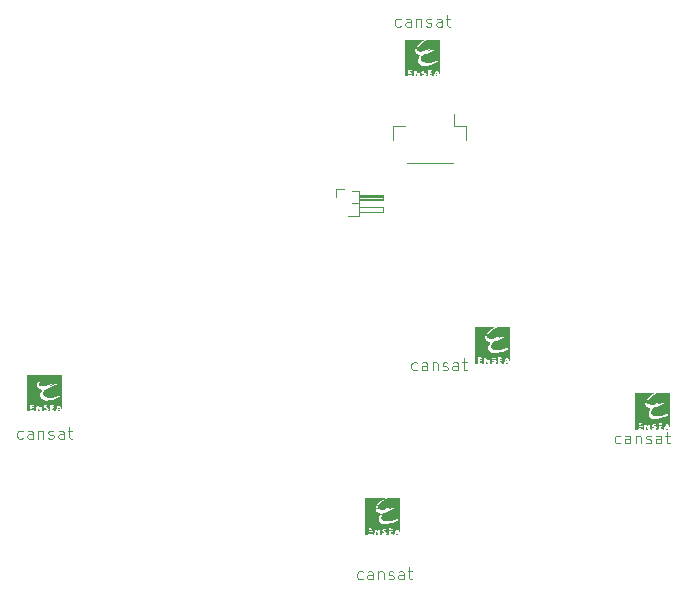
<source format=gbr>
%TF.GenerationSoftware,KiCad,Pcbnew,9.0.0*%
%TF.CreationDate,2025-03-27T23:54:47+01:00*%
%TF.ProjectId,flexpcb,666c6578-7063-4622-9e6b-696361645f70,rev?*%
%TF.SameCoordinates,Original*%
%TF.FileFunction,Legend,Top*%
%TF.FilePolarity,Positive*%
%FSLAX46Y46*%
G04 Gerber Fmt 4.6, Leading zero omitted, Abs format (unit mm)*
G04 Created by KiCad (PCBNEW 9.0.0) date 2025-03-27 23:54:47*
%MOMM*%
%LPD*%
G01*
G04 APERTURE LIST*
%ADD10C,0.100000*%
%ADD11C,0.000000*%
%ADD12C,0.120000*%
G04 APERTURE END LIST*
D10*
X151732455Y-117324800D02*
X151637217Y-117372419D01*
X151637217Y-117372419D02*
X151446741Y-117372419D01*
X151446741Y-117372419D02*
X151351503Y-117324800D01*
X151351503Y-117324800D02*
X151303884Y-117277180D01*
X151303884Y-117277180D02*
X151256265Y-117181942D01*
X151256265Y-117181942D02*
X151256265Y-116896228D01*
X151256265Y-116896228D02*
X151303884Y-116800990D01*
X151303884Y-116800990D02*
X151351503Y-116753371D01*
X151351503Y-116753371D02*
X151446741Y-116705752D01*
X151446741Y-116705752D02*
X151637217Y-116705752D01*
X151637217Y-116705752D02*
X151732455Y-116753371D01*
X152589598Y-117372419D02*
X152589598Y-116848609D01*
X152589598Y-116848609D02*
X152541979Y-116753371D01*
X152541979Y-116753371D02*
X152446741Y-116705752D01*
X152446741Y-116705752D02*
X152256265Y-116705752D01*
X152256265Y-116705752D02*
X152161027Y-116753371D01*
X152589598Y-117324800D02*
X152494360Y-117372419D01*
X152494360Y-117372419D02*
X152256265Y-117372419D01*
X152256265Y-117372419D02*
X152161027Y-117324800D01*
X152161027Y-117324800D02*
X152113408Y-117229561D01*
X152113408Y-117229561D02*
X152113408Y-117134323D01*
X152113408Y-117134323D02*
X152161027Y-117039085D01*
X152161027Y-117039085D02*
X152256265Y-116991466D01*
X152256265Y-116991466D02*
X152494360Y-116991466D01*
X152494360Y-116991466D02*
X152589598Y-116943847D01*
X153065789Y-116705752D02*
X153065789Y-117372419D01*
X153065789Y-116800990D02*
X153113408Y-116753371D01*
X153113408Y-116753371D02*
X153208646Y-116705752D01*
X153208646Y-116705752D02*
X153351503Y-116705752D01*
X153351503Y-116705752D02*
X153446741Y-116753371D01*
X153446741Y-116753371D02*
X153494360Y-116848609D01*
X153494360Y-116848609D02*
X153494360Y-117372419D01*
X153922932Y-117324800D02*
X154018170Y-117372419D01*
X154018170Y-117372419D02*
X154208646Y-117372419D01*
X154208646Y-117372419D02*
X154303884Y-117324800D01*
X154303884Y-117324800D02*
X154351503Y-117229561D01*
X154351503Y-117229561D02*
X154351503Y-117181942D01*
X154351503Y-117181942D02*
X154303884Y-117086704D01*
X154303884Y-117086704D02*
X154208646Y-117039085D01*
X154208646Y-117039085D02*
X154065789Y-117039085D01*
X154065789Y-117039085D02*
X153970551Y-116991466D01*
X153970551Y-116991466D02*
X153922932Y-116896228D01*
X153922932Y-116896228D02*
X153922932Y-116848609D01*
X153922932Y-116848609D02*
X153970551Y-116753371D01*
X153970551Y-116753371D02*
X154065789Y-116705752D01*
X154065789Y-116705752D02*
X154208646Y-116705752D01*
X154208646Y-116705752D02*
X154303884Y-116753371D01*
X155208646Y-117372419D02*
X155208646Y-116848609D01*
X155208646Y-116848609D02*
X155161027Y-116753371D01*
X155161027Y-116753371D02*
X155065789Y-116705752D01*
X155065789Y-116705752D02*
X154875313Y-116705752D01*
X154875313Y-116705752D02*
X154780075Y-116753371D01*
X155208646Y-117324800D02*
X155113408Y-117372419D01*
X155113408Y-117372419D02*
X154875313Y-117372419D01*
X154875313Y-117372419D02*
X154780075Y-117324800D01*
X154780075Y-117324800D02*
X154732456Y-117229561D01*
X154732456Y-117229561D02*
X154732456Y-117134323D01*
X154732456Y-117134323D02*
X154780075Y-117039085D01*
X154780075Y-117039085D02*
X154875313Y-116991466D01*
X154875313Y-116991466D02*
X155113408Y-116991466D01*
X155113408Y-116991466D02*
X155208646Y-116943847D01*
X155541980Y-116705752D02*
X155922932Y-116705752D01*
X155684837Y-116372419D02*
X155684837Y-117229561D01*
X155684837Y-117229561D02*
X155732456Y-117324800D01*
X155732456Y-117324800D02*
X155827694Y-117372419D01*
X155827694Y-117372419D02*
X155922932Y-117372419D01*
X134532455Y-111124800D02*
X134437217Y-111172419D01*
X134437217Y-111172419D02*
X134246741Y-111172419D01*
X134246741Y-111172419D02*
X134151503Y-111124800D01*
X134151503Y-111124800D02*
X134103884Y-111077180D01*
X134103884Y-111077180D02*
X134056265Y-110981942D01*
X134056265Y-110981942D02*
X134056265Y-110696228D01*
X134056265Y-110696228D02*
X134103884Y-110600990D01*
X134103884Y-110600990D02*
X134151503Y-110553371D01*
X134151503Y-110553371D02*
X134246741Y-110505752D01*
X134246741Y-110505752D02*
X134437217Y-110505752D01*
X134437217Y-110505752D02*
X134532455Y-110553371D01*
X135389598Y-111172419D02*
X135389598Y-110648609D01*
X135389598Y-110648609D02*
X135341979Y-110553371D01*
X135341979Y-110553371D02*
X135246741Y-110505752D01*
X135246741Y-110505752D02*
X135056265Y-110505752D01*
X135056265Y-110505752D02*
X134961027Y-110553371D01*
X135389598Y-111124800D02*
X135294360Y-111172419D01*
X135294360Y-111172419D02*
X135056265Y-111172419D01*
X135056265Y-111172419D02*
X134961027Y-111124800D01*
X134961027Y-111124800D02*
X134913408Y-111029561D01*
X134913408Y-111029561D02*
X134913408Y-110934323D01*
X134913408Y-110934323D02*
X134961027Y-110839085D01*
X134961027Y-110839085D02*
X135056265Y-110791466D01*
X135056265Y-110791466D02*
X135294360Y-110791466D01*
X135294360Y-110791466D02*
X135389598Y-110743847D01*
X135865789Y-110505752D02*
X135865789Y-111172419D01*
X135865789Y-110600990D02*
X135913408Y-110553371D01*
X135913408Y-110553371D02*
X136008646Y-110505752D01*
X136008646Y-110505752D02*
X136151503Y-110505752D01*
X136151503Y-110505752D02*
X136246741Y-110553371D01*
X136246741Y-110553371D02*
X136294360Y-110648609D01*
X136294360Y-110648609D02*
X136294360Y-111172419D01*
X136722932Y-111124800D02*
X136818170Y-111172419D01*
X136818170Y-111172419D02*
X137008646Y-111172419D01*
X137008646Y-111172419D02*
X137103884Y-111124800D01*
X137103884Y-111124800D02*
X137151503Y-111029561D01*
X137151503Y-111029561D02*
X137151503Y-110981942D01*
X137151503Y-110981942D02*
X137103884Y-110886704D01*
X137103884Y-110886704D02*
X137008646Y-110839085D01*
X137008646Y-110839085D02*
X136865789Y-110839085D01*
X136865789Y-110839085D02*
X136770551Y-110791466D01*
X136770551Y-110791466D02*
X136722932Y-110696228D01*
X136722932Y-110696228D02*
X136722932Y-110648609D01*
X136722932Y-110648609D02*
X136770551Y-110553371D01*
X136770551Y-110553371D02*
X136865789Y-110505752D01*
X136865789Y-110505752D02*
X137008646Y-110505752D01*
X137008646Y-110505752D02*
X137103884Y-110553371D01*
X138008646Y-111172419D02*
X138008646Y-110648609D01*
X138008646Y-110648609D02*
X137961027Y-110553371D01*
X137961027Y-110553371D02*
X137865789Y-110505752D01*
X137865789Y-110505752D02*
X137675313Y-110505752D01*
X137675313Y-110505752D02*
X137580075Y-110553371D01*
X138008646Y-111124800D02*
X137913408Y-111172419D01*
X137913408Y-111172419D02*
X137675313Y-111172419D01*
X137675313Y-111172419D02*
X137580075Y-111124800D01*
X137580075Y-111124800D02*
X137532456Y-111029561D01*
X137532456Y-111029561D02*
X137532456Y-110934323D01*
X137532456Y-110934323D02*
X137580075Y-110839085D01*
X137580075Y-110839085D02*
X137675313Y-110791466D01*
X137675313Y-110791466D02*
X137913408Y-110791466D01*
X137913408Y-110791466D02*
X138008646Y-110743847D01*
X138341980Y-110505752D02*
X138722932Y-110505752D01*
X138484837Y-110172419D02*
X138484837Y-111029561D01*
X138484837Y-111029561D02*
X138532456Y-111124800D01*
X138532456Y-111124800D02*
X138627694Y-111172419D01*
X138627694Y-111172419D02*
X138722932Y-111172419D01*
X133132455Y-82024800D02*
X133037217Y-82072419D01*
X133037217Y-82072419D02*
X132846741Y-82072419D01*
X132846741Y-82072419D02*
X132751503Y-82024800D01*
X132751503Y-82024800D02*
X132703884Y-81977180D01*
X132703884Y-81977180D02*
X132656265Y-81881942D01*
X132656265Y-81881942D02*
X132656265Y-81596228D01*
X132656265Y-81596228D02*
X132703884Y-81500990D01*
X132703884Y-81500990D02*
X132751503Y-81453371D01*
X132751503Y-81453371D02*
X132846741Y-81405752D01*
X132846741Y-81405752D02*
X133037217Y-81405752D01*
X133037217Y-81405752D02*
X133132455Y-81453371D01*
X133989598Y-82072419D02*
X133989598Y-81548609D01*
X133989598Y-81548609D02*
X133941979Y-81453371D01*
X133941979Y-81453371D02*
X133846741Y-81405752D01*
X133846741Y-81405752D02*
X133656265Y-81405752D01*
X133656265Y-81405752D02*
X133561027Y-81453371D01*
X133989598Y-82024800D02*
X133894360Y-82072419D01*
X133894360Y-82072419D02*
X133656265Y-82072419D01*
X133656265Y-82072419D02*
X133561027Y-82024800D01*
X133561027Y-82024800D02*
X133513408Y-81929561D01*
X133513408Y-81929561D02*
X133513408Y-81834323D01*
X133513408Y-81834323D02*
X133561027Y-81739085D01*
X133561027Y-81739085D02*
X133656265Y-81691466D01*
X133656265Y-81691466D02*
X133894360Y-81691466D01*
X133894360Y-81691466D02*
X133989598Y-81643847D01*
X134465789Y-81405752D02*
X134465789Y-82072419D01*
X134465789Y-81500990D02*
X134513408Y-81453371D01*
X134513408Y-81453371D02*
X134608646Y-81405752D01*
X134608646Y-81405752D02*
X134751503Y-81405752D01*
X134751503Y-81405752D02*
X134846741Y-81453371D01*
X134846741Y-81453371D02*
X134894360Y-81548609D01*
X134894360Y-81548609D02*
X134894360Y-82072419D01*
X135322932Y-82024800D02*
X135418170Y-82072419D01*
X135418170Y-82072419D02*
X135608646Y-82072419D01*
X135608646Y-82072419D02*
X135703884Y-82024800D01*
X135703884Y-82024800D02*
X135751503Y-81929561D01*
X135751503Y-81929561D02*
X135751503Y-81881942D01*
X135751503Y-81881942D02*
X135703884Y-81786704D01*
X135703884Y-81786704D02*
X135608646Y-81739085D01*
X135608646Y-81739085D02*
X135465789Y-81739085D01*
X135465789Y-81739085D02*
X135370551Y-81691466D01*
X135370551Y-81691466D02*
X135322932Y-81596228D01*
X135322932Y-81596228D02*
X135322932Y-81548609D01*
X135322932Y-81548609D02*
X135370551Y-81453371D01*
X135370551Y-81453371D02*
X135465789Y-81405752D01*
X135465789Y-81405752D02*
X135608646Y-81405752D01*
X135608646Y-81405752D02*
X135703884Y-81453371D01*
X136608646Y-82072419D02*
X136608646Y-81548609D01*
X136608646Y-81548609D02*
X136561027Y-81453371D01*
X136561027Y-81453371D02*
X136465789Y-81405752D01*
X136465789Y-81405752D02*
X136275313Y-81405752D01*
X136275313Y-81405752D02*
X136180075Y-81453371D01*
X136608646Y-82024800D02*
X136513408Y-82072419D01*
X136513408Y-82072419D02*
X136275313Y-82072419D01*
X136275313Y-82072419D02*
X136180075Y-82024800D01*
X136180075Y-82024800D02*
X136132456Y-81929561D01*
X136132456Y-81929561D02*
X136132456Y-81834323D01*
X136132456Y-81834323D02*
X136180075Y-81739085D01*
X136180075Y-81739085D02*
X136275313Y-81691466D01*
X136275313Y-81691466D02*
X136513408Y-81691466D01*
X136513408Y-81691466D02*
X136608646Y-81643847D01*
X136941980Y-81405752D02*
X137322932Y-81405752D01*
X137084837Y-81072419D02*
X137084837Y-81929561D01*
X137084837Y-81929561D02*
X137132456Y-82024800D01*
X137132456Y-82024800D02*
X137227694Y-82072419D01*
X137227694Y-82072419D02*
X137322932Y-82072419D01*
X129932455Y-128824800D02*
X129837217Y-128872419D01*
X129837217Y-128872419D02*
X129646741Y-128872419D01*
X129646741Y-128872419D02*
X129551503Y-128824800D01*
X129551503Y-128824800D02*
X129503884Y-128777180D01*
X129503884Y-128777180D02*
X129456265Y-128681942D01*
X129456265Y-128681942D02*
X129456265Y-128396228D01*
X129456265Y-128396228D02*
X129503884Y-128300990D01*
X129503884Y-128300990D02*
X129551503Y-128253371D01*
X129551503Y-128253371D02*
X129646741Y-128205752D01*
X129646741Y-128205752D02*
X129837217Y-128205752D01*
X129837217Y-128205752D02*
X129932455Y-128253371D01*
X130789598Y-128872419D02*
X130789598Y-128348609D01*
X130789598Y-128348609D02*
X130741979Y-128253371D01*
X130741979Y-128253371D02*
X130646741Y-128205752D01*
X130646741Y-128205752D02*
X130456265Y-128205752D01*
X130456265Y-128205752D02*
X130361027Y-128253371D01*
X130789598Y-128824800D02*
X130694360Y-128872419D01*
X130694360Y-128872419D02*
X130456265Y-128872419D01*
X130456265Y-128872419D02*
X130361027Y-128824800D01*
X130361027Y-128824800D02*
X130313408Y-128729561D01*
X130313408Y-128729561D02*
X130313408Y-128634323D01*
X130313408Y-128634323D02*
X130361027Y-128539085D01*
X130361027Y-128539085D02*
X130456265Y-128491466D01*
X130456265Y-128491466D02*
X130694360Y-128491466D01*
X130694360Y-128491466D02*
X130789598Y-128443847D01*
X131265789Y-128205752D02*
X131265789Y-128872419D01*
X131265789Y-128300990D02*
X131313408Y-128253371D01*
X131313408Y-128253371D02*
X131408646Y-128205752D01*
X131408646Y-128205752D02*
X131551503Y-128205752D01*
X131551503Y-128205752D02*
X131646741Y-128253371D01*
X131646741Y-128253371D02*
X131694360Y-128348609D01*
X131694360Y-128348609D02*
X131694360Y-128872419D01*
X132122932Y-128824800D02*
X132218170Y-128872419D01*
X132218170Y-128872419D02*
X132408646Y-128872419D01*
X132408646Y-128872419D02*
X132503884Y-128824800D01*
X132503884Y-128824800D02*
X132551503Y-128729561D01*
X132551503Y-128729561D02*
X132551503Y-128681942D01*
X132551503Y-128681942D02*
X132503884Y-128586704D01*
X132503884Y-128586704D02*
X132408646Y-128539085D01*
X132408646Y-128539085D02*
X132265789Y-128539085D01*
X132265789Y-128539085D02*
X132170551Y-128491466D01*
X132170551Y-128491466D02*
X132122932Y-128396228D01*
X132122932Y-128396228D02*
X132122932Y-128348609D01*
X132122932Y-128348609D02*
X132170551Y-128253371D01*
X132170551Y-128253371D02*
X132265789Y-128205752D01*
X132265789Y-128205752D02*
X132408646Y-128205752D01*
X132408646Y-128205752D02*
X132503884Y-128253371D01*
X133408646Y-128872419D02*
X133408646Y-128348609D01*
X133408646Y-128348609D02*
X133361027Y-128253371D01*
X133361027Y-128253371D02*
X133265789Y-128205752D01*
X133265789Y-128205752D02*
X133075313Y-128205752D01*
X133075313Y-128205752D02*
X132980075Y-128253371D01*
X133408646Y-128824800D02*
X133313408Y-128872419D01*
X133313408Y-128872419D02*
X133075313Y-128872419D01*
X133075313Y-128872419D02*
X132980075Y-128824800D01*
X132980075Y-128824800D02*
X132932456Y-128729561D01*
X132932456Y-128729561D02*
X132932456Y-128634323D01*
X132932456Y-128634323D02*
X132980075Y-128539085D01*
X132980075Y-128539085D02*
X133075313Y-128491466D01*
X133075313Y-128491466D02*
X133313408Y-128491466D01*
X133313408Y-128491466D02*
X133408646Y-128443847D01*
X133741980Y-128205752D02*
X134122932Y-128205752D01*
X133884837Y-127872419D02*
X133884837Y-128729561D01*
X133884837Y-128729561D02*
X133932456Y-128824800D01*
X133932456Y-128824800D02*
X134027694Y-128872419D01*
X134027694Y-128872419D02*
X134122932Y-128872419D01*
X101132455Y-116924800D02*
X101037217Y-116972419D01*
X101037217Y-116972419D02*
X100846741Y-116972419D01*
X100846741Y-116972419D02*
X100751503Y-116924800D01*
X100751503Y-116924800D02*
X100703884Y-116877180D01*
X100703884Y-116877180D02*
X100656265Y-116781942D01*
X100656265Y-116781942D02*
X100656265Y-116496228D01*
X100656265Y-116496228D02*
X100703884Y-116400990D01*
X100703884Y-116400990D02*
X100751503Y-116353371D01*
X100751503Y-116353371D02*
X100846741Y-116305752D01*
X100846741Y-116305752D02*
X101037217Y-116305752D01*
X101037217Y-116305752D02*
X101132455Y-116353371D01*
X101989598Y-116972419D02*
X101989598Y-116448609D01*
X101989598Y-116448609D02*
X101941979Y-116353371D01*
X101941979Y-116353371D02*
X101846741Y-116305752D01*
X101846741Y-116305752D02*
X101656265Y-116305752D01*
X101656265Y-116305752D02*
X101561027Y-116353371D01*
X101989598Y-116924800D02*
X101894360Y-116972419D01*
X101894360Y-116972419D02*
X101656265Y-116972419D01*
X101656265Y-116972419D02*
X101561027Y-116924800D01*
X101561027Y-116924800D02*
X101513408Y-116829561D01*
X101513408Y-116829561D02*
X101513408Y-116734323D01*
X101513408Y-116734323D02*
X101561027Y-116639085D01*
X101561027Y-116639085D02*
X101656265Y-116591466D01*
X101656265Y-116591466D02*
X101894360Y-116591466D01*
X101894360Y-116591466D02*
X101989598Y-116543847D01*
X102465789Y-116305752D02*
X102465789Y-116972419D01*
X102465789Y-116400990D02*
X102513408Y-116353371D01*
X102513408Y-116353371D02*
X102608646Y-116305752D01*
X102608646Y-116305752D02*
X102751503Y-116305752D01*
X102751503Y-116305752D02*
X102846741Y-116353371D01*
X102846741Y-116353371D02*
X102894360Y-116448609D01*
X102894360Y-116448609D02*
X102894360Y-116972419D01*
X103322932Y-116924800D02*
X103418170Y-116972419D01*
X103418170Y-116972419D02*
X103608646Y-116972419D01*
X103608646Y-116972419D02*
X103703884Y-116924800D01*
X103703884Y-116924800D02*
X103751503Y-116829561D01*
X103751503Y-116829561D02*
X103751503Y-116781942D01*
X103751503Y-116781942D02*
X103703884Y-116686704D01*
X103703884Y-116686704D02*
X103608646Y-116639085D01*
X103608646Y-116639085D02*
X103465789Y-116639085D01*
X103465789Y-116639085D02*
X103370551Y-116591466D01*
X103370551Y-116591466D02*
X103322932Y-116496228D01*
X103322932Y-116496228D02*
X103322932Y-116448609D01*
X103322932Y-116448609D02*
X103370551Y-116353371D01*
X103370551Y-116353371D02*
X103465789Y-116305752D01*
X103465789Y-116305752D02*
X103608646Y-116305752D01*
X103608646Y-116305752D02*
X103703884Y-116353371D01*
X104608646Y-116972419D02*
X104608646Y-116448609D01*
X104608646Y-116448609D02*
X104561027Y-116353371D01*
X104561027Y-116353371D02*
X104465789Y-116305752D01*
X104465789Y-116305752D02*
X104275313Y-116305752D01*
X104275313Y-116305752D02*
X104180075Y-116353371D01*
X104608646Y-116924800D02*
X104513408Y-116972419D01*
X104513408Y-116972419D02*
X104275313Y-116972419D01*
X104275313Y-116972419D02*
X104180075Y-116924800D01*
X104180075Y-116924800D02*
X104132456Y-116829561D01*
X104132456Y-116829561D02*
X104132456Y-116734323D01*
X104132456Y-116734323D02*
X104180075Y-116639085D01*
X104180075Y-116639085D02*
X104275313Y-116591466D01*
X104275313Y-116591466D02*
X104513408Y-116591466D01*
X104513408Y-116591466D02*
X104608646Y-116543847D01*
X104941980Y-116305752D02*
X105322932Y-116305752D01*
X105084837Y-115972419D02*
X105084837Y-116829561D01*
X105084837Y-116829561D02*
X105132456Y-116924800D01*
X105132456Y-116924800D02*
X105227694Y-116972419D01*
X105227694Y-116972419D02*
X105322932Y-116972419D01*
D11*
%TO.C,G\u002A\u002A\u002A*%
G36*
X155711832Y-115884542D02*
G01*
X155758457Y-115946513D01*
X155760306Y-115960112D01*
X155723333Y-116004419D01*
X155711832Y-116005725D01*
X155669292Y-115966269D01*
X155663359Y-115930154D01*
X155686858Y-115879981D01*
X155711832Y-115884542D01*
G37*
G36*
X155791894Y-116123522D02*
G01*
X155808779Y-116151145D01*
X155767211Y-116187274D01*
X155684735Y-116199618D01*
X155602263Y-116184231D01*
X155590649Y-116151145D01*
X155659019Y-116110424D01*
X155714693Y-116102671D01*
X155791894Y-116123522D01*
G37*
G36*
X153976646Y-115947105D02*
G01*
X154032440Y-116040729D01*
X154039504Y-116054198D01*
X154085796Y-116152380D01*
X154081019Y-116192068D01*
X154021006Y-116199612D01*
X154016512Y-116199618D01*
X153944780Y-116177302D01*
X153919423Y-116093604D01*
X153918321Y-116054198D01*
X153924994Y-115952010D01*
X153941066Y-115908786D01*
X153941313Y-115908778D01*
X153976646Y-115947105D01*
G37*
G36*
X154474898Y-113225413D02*
G01*
X154193624Y-113444544D01*
X153997073Y-113670403D01*
X153889704Y-113896982D01*
X153869848Y-114040626D01*
X153912834Y-114186197D01*
X154021049Y-114301970D01*
X154163378Y-114356637D01*
X154184924Y-114357633D01*
X154285369Y-114377726D01*
X154296260Y-114433310D01*
X154237186Y-114499908D01*
X154167273Y-114610868D01*
X154133432Y-114773347D01*
X154139712Y-114947358D01*
X154179120Y-115073509D01*
X154282084Y-115209665D01*
X154428309Y-115288234D01*
X154631784Y-115313264D01*
X154906495Y-115288801D01*
X154917446Y-115287117D01*
X155132548Y-115241658D01*
X155343414Y-115176476D01*
X155533221Y-115099670D01*
X155685143Y-115019339D01*
X155782355Y-114943584D01*
X155808032Y-114880501D01*
X155797555Y-114863458D01*
X155745631Y-114869649D01*
X155629872Y-114906097D01*
X155478588Y-114963630D01*
X155148986Y-115060698D01*
X154842230Y-115078260D01*
X154575824Y-115016448D01*
X154429327Y-114917417D01*
X154366612Y-114773723D01*
X154378321Y-114602260D01*
X154405401Y-114508774D01*
X154450952Y-114440311D01*
X154534458Y-114382390D01*
X154675405Y-114320530D01*
X154839313Y-114259667D01*
X155029860Y-114183515D01*
X155210568Y-114098676D01*
X155362625Y-114015650D01*
X155467223Y-113944937D01*
X155505549Y-113897036D01*
X155502311Y-113889587D01*
X155447893Y-113893418D01*
X155335475Y-113930187D01*
X155249203Y-113965797D01*
X155068941Y-114037682D01*
X154957085Y-114065461D01*
X154919001Y-114049554D01*
X154960055Y-113990375D01*
X155008970Y-113947113D01*
X155099154Y-113864812D01*
X155112492Y-113831629D01*
X155055245Y-113846760D01*
X154933672Y-113909404D01*
X154831828Y-113969847D01*
X154571913Y-114087591D01*
X154327822Y-114110432D01*
X154134605Y-114057132D01*
X154046244Y-114000263D01*
X154026334Y-113919068D01*
X154036322Y-113852453D01*
X154108191Y-113690705D01*
X154254372Y-113511170D01*
X154458922Y-113331448D01*
X154594319Y-113236446D01*
X154691599Y-113176936D01*
X154779303Y-113137365D01*
X154880391Y-113113678D01*
X155017822Y-113101819D01*
X155214553Y-113097735D01*
X155382009Y-113097328D01*
X155954199Y-113097328D01*
X155951563Y-114612118D01*
X155950685Y-115033836D01*
X155949305Y-115367140D01*
X155946857Y-115620563D01*
X155942775Y-115802637D01*
X155936493Y-115921897D01*
X155927445Y-115986874D01*
X155915064Y-116006101D01*
X155898786Y-115988111D01*
X155878043Y-115941437D01*
X155865512Y-115909207D01*
X155788494Y-115747673D01*
X155716153Y-115682304D01*
X155645689Y-115713288D01*
X155574297Y-115840815D01*
X155540661Y-115931102D01*
X155481806Y-116075240D01*
X155423135Y-116172703D01*
X155386718Y-116199618D01*
X155328909Y-116171889D01*
X155324046Y-116154516D01*
X155282831Y-116113415D01*
X155214981Y-116093924D01*
X155129737Y-116063494D01*
X155105916Y-116029961D01*
X155147144Y-115986220D01*
X155214981Y-115965998D01*
X155307564Y-115933096D01*
X155313379Y-115890079D01*
X155235984Y-115862049D01*
X155200002Y-115860305D01*
X155117530Y-115844918D01*
X155105916Y-115811832D01*
X155174286Y-115771111D01*
X155229960Y-115763358D01*
X155307161Y-115742508D01*
X155324046Y-115714885D01*
X155281434Y-115682846D01*
X155176655Y-115666830D01*
X155154390Y-115666412D01*
X154984733Y-115666412D01*
X154984733Y-115933015D01*
X154981601Y-116085694D01*
X154964991Y-116165192D01*
X154924080Y-116195237D01*
X154863139Y-116199618D01*
X154779060Y-116190959D01*
X154775750Y-116147623D01*
X154802548Y-116099719D01*
X154836635Y-116013994D01*
X154794738Y-115949824D01*
X154769457Y-115930063D01*
X154670579Y-115875000D01*
X154611919Y-115860305D01*
X154553648Y-115827531D01*
X154548474Y-115806181D01*
X154589076Y-115772426D01*
X154671578Y-115775589D01*
X154761834Y-115777203D01*
X154776846Y-115744885D01*
X154715689Y-115691625D01*
X154608742Y-115674881D01*
X154501611Y-115698823D01*
X154473096Y-115717099D01*
X154407828Y-115812227D01*
X154435658Y-115901858D01*
X154548474Y-115972089D01*
X154660542Y-116029432D01*
X154688503Y-116075190D01*
X154633020Y-116094736D01*
X154543360Y-116084683D01*
X154441835Y-116072332D01*
X154413186Y-116097390D01*
X154420655Y-116127097D01*
X154412428Y-116187129D01*
X154355592Y-116199618D01*
X154299103Y-116184035D01*
X154267408Y-116122161D01*
X154250775Y-115991309D01*
X154248049Y-115948943D01*
X154227800Y-115805478D01*
X154193171Y-115706867D01*
X154154950Y-115665171D01*
X154123928Y-115692449D01*
X154110924Y-115795674D01*
X154109634Y-115933015D01*
X154026231Y-115798467D01*
X153937587Y-115692547D01*
X153864859Y-115680362D01*
X153812176Y-115759420D01*
X153783667Y-115927228D01*
X153782486Y-115945587D01*
X153764007Y-116107697D01*
X153729651Y-116186660D01*
X153697658Y-116199618D01*
X153634794Y-116172625D01*
X153627481Y-116151145D01*
X153585999Y-116114706D01*
X153506298Y-116102671D01*
X153408833Y-116077389D01*
X153385115Y-116029961D01*
X153427253Y-115971482D01*
X153506298Y-115957251D01*
X153597394Y-115940658D01*
X153627481Y-115908778D01*
X153585999Y-115872340D01*
X153506298Y-115860305D01*
X153415202Y-115843712D01*
X153385115Y-115811832D01*
X153426597Y-115775393D01*
X153506298Y-115763358D01*
X153597394Y-115746765D01*
X153627481Y-115714885D01*
X153584869Y-115682846D01*
X153480090Y-115666830D01*
X153457825Y-115666412D01*
X153288168Y-115666412D01*
X153288168Y-115933015D01*
X153285726Y-116085427D01*
X153269724Y-116164757D01*
X153227144Y-116194867D01*
X153144972Y-116199618D01*
X153142748Y-116199618D01*
X152997329Y-116199618D01*
X152997329Y-114648473D01*
X152997329Y-113097328D01*
X153832627Y-113097328D01*
X154667925Y-113097328D01*
X154474898Y-113225413D01*
G37*
G36*
X142141832Y-110304542D02*
G01*
X142188457Y-110366513D01*
X142190306Y-110380112D01*
X142153333Y-110424419D01*
X142141832Y-110425725D01*
X142099292Y-110386269D01*
X142093359Y-110350154D01*
X142116858Y-110299981D01*
X142141832Y-110304542D01*
G37*
G36*
X142221894Y-110543522D02*
G01*
X142238779Y-110571145D01*
X142197211Y-110607274D01*
X142114735Y-110619618D01*
X142032263Y-110604231D01*
X142020649Y-110571145D01*
X142089019Y-110530424D01*
X142144693Y-110522671D01*
X142221894Y-110543522D01*
G37*
G36*
X140406646Y-110367105D02*
G01*
X140462440Y-110460729D01*
X140469504Y-110474198D01*
X140515796Y-110572380D01*
X140511019Y-110612068D01*
X140451006Y-110619612D01*
X140446512Y-110619618D01*
X140374780Y-110597302D01*
X140349423Y-110513604D01*
X140348321Y-110474198D01*
X140354994Y-110372010D01*
X140371066Y-110328786D01*
X140371313Y-110328778D01*
X140406646Y-110367105D01*
G37*
G36*
X140904898Y-107645413D02*
G01*
X140623624Y-107864544D01*
X140427073Y-108090403D01*
X140319704Y-108316982D01*
X140299848Y-108460626D01*
X140342834Y-108606197D01*
X140451049Y-108721970D01*
X140593378Y-108776637D01*
X140614924Y-108777633D01*
X140715369Y-108797726D01*
X140726260Y-108853310D01*
X140667186Y-108919908D01*
X140597273Y-109030868D01*
X140563432Y-109193347D01*
X140569712Y-109367358D01*
X140609120Y-109493509D01*
X140712084Y-109629665D01*
X140858309Y-109708234D01*
X141061784Y-109733264D01*
X141336495Y-109708801D01*
X141347446Y-109707117D01*
X141562548Y-109661658D01*
X141773414Y-109596476D01*
X141963221Y-109519670D01*
X142115143Y-109439339D01*
X142212355Y-109363584D01*
X142238032Y-109300501D01*
X142227555Y-109283458D01*
X142175631Y-109289649D01*
X142059872Y-109326097D01*
X141908588Y-109383630D01*
X141578986Y-109480698D01*
X141272230Y-109498260D01*
X141005824Y-109436448D01*
X140859327Y-109337417D01*
X140796612Y-109193723D01*
X140808321Y-109022260D01*
X140835401Y-108928774D01*
X140880952Y-108860311D01*
X140964458Y-108802390D01*
X141105405Y-108740530D01*
X141269313Y-108679667D01*
X141459860Y-108603515D01*
X141640568Y-108518676D01*
X141792625Y-108435650D01*
X141897223Y-108364937D01*
X141935549Y-108317036D01*
X141932311Y-108309587D01*
X141877893Y-108313418D01*
X141765475Y-108350187D01*
X141679203Y-108385797D01*
X141498941Y-108457682D01*
X141387085Y-108485461D01*
X141349001Y-108469554D01*
X141390055Y-108410375D01*
X141438970Y-108367113D01*
X141529154Y-108284812D01*
X141542492Y-108251629D01*
X141485245Y-108266760D01*
X141363672Y-108329404D01*
X141261828Y-108389847D01*
X141001913Y-108507591D01*
X140757822Y-108530432D01*
X140564605Y-108477132D01*
X140476244Y-108420263D01*
X140456334Y-108339068D01*
X140466322Y-108272453D01*
X140538191Y-108110705D01*
X140684372Y-107931170D01*
X140888922Y-107751448D01*
X141024319Y-107656446D01*
X141121599Y-107596936D01*
X141209303Y-107557365D01*
X141310391Y-107533678D01*
X141447822Y-107521819D01*
X141644553Y-107517735D01*
X141812009Y-107517328D01*
X142384199Y-107517328D01*
X142381563Y-109032118D01*
X142380685Y-109453836D01*
X142379305Y-109787140D01*
X142376857Y-110040563D01*
X142372775Y-110222637D01*
X142366493Y-110341897D01*
X142357445Y-110406874D01*
X142345064Y-110426101D01*
X142328786Y-110408111D01*
X142308043Y-110361437D01*
X142295512Y-110329207D01*
X142218494Y-110167673D01*
X142146153Y-110102304D01*
X142075689Y-110133288D01*
X142004297Y-110260815D01*
X141970661Y-110351102D01*
X141911806Y-110495240D01*
X141853135Y-110592703D01*
X141816718Y-110619618D01*
X141758909Y-110591889D01*
X141754046Y-110574516D01*
X141712831Y-110533415D01*
X141644981Y-110513924D01*
X141559737Y-110483494D01*
X141535916Y-110449961D01*
X141577144Y-110406220D01*
X141644981Y-110385998D01*
X141737564Y-110353096D01*
X141743379Y-110310079D01*
X141665984Y-110282049D01*
X141630002Y-110280305D01*
X141547530Y-110264918D01*
X141535916Y-110231832D01*
X141604286Y-110191111D01*
X141659960Y-110183358D01*
X141737161Y-110162508D01*
X141754046Y-110134885D01*
X141711434Y-110102846D01*
X141606655Y-110086830D01*
X141584390Y-110086412D01*
X141414733Y-110086412D01*
X141414733Y-110353015D01*
X141411601Y-110505694D01*
X141394991Y-110585192D01*
X141354080Y-110615237D01*
X141293139Y-110619618D01*
X141209060Y-110610959D01*
X141205750Y-110567623D01*
X141232548Y-110519719D01*
X141266635Y-110433994D01*
X141224738Y-110369824D01*
X141199457Y-110350063D01*
X141100579Y-110295000D01*
X141041919Y-110280305D01*
X140983648Y-110247531D01*
X140978474Y-110226181D01*
X141019076Y-110192426D01*
X141101578Y-110195589D01*
X141191834Y-110197203D01*
X141206846Y-110164885D01*
X141145689Y-110111625D01*
X141038742Y-110094881D01*
X140931611Y-110118823D01*
X140903096Y-110137099D01*
X140837828Y-110232227D01*
X140865658Y-110321858D01*
X140978474Y-110392089D01*
X141090542Y-110449432D01*
X141118503Y-110495190D01*
X141063020Y-110514736D01*
X140973360Y-110504683D01*
X140871835Y-110492332D01*
X140843186Y-110517390D01*
X140850655Y-110547097D01*
X140842428Y-110607129D01*
X140785592Y-110619618D01*
X140729103Y-110604035D01*
X140697408Y-110542161D01*
X140680775Y-110411309D01*
X140678049Y-110368943D01*
X140657800Y-110225478D01*
X140623171Y-110126867D01*
X140584950Y-110085171D01*
X140553928Y-110112449D01*
X140540924Y-110215674D01*
X140539634Y-110353015D01*
X140456231Y-110218467D01*
X140367587Y-110112547D01*
X140294859Y-110100362D01*
X140242176Y-110179420D01*
X140213667Y-110347228D01*
X140212486Y-110365587D01*
X140194007Y-110527697D01*
X140159651Y-110606660D01*
X140127658Y-110619618D01*
X140064794Y-110592625D01*
X140057481Y-110571145D01*
X140015999Y-110534706D01*
X139936298Y-110522671D01*
X139838833Y-110497389D01*
X139815115Y-110449961D01*
X139857253Y-110391482D01*
X139936298Y-110377251D01*
X140027394Y-110360658D01*
X140057481Y-110328778D01*
X140015999Y-110292340D01*
X139936298Y-110280305D01*
X139845202Y-110263712D01*
X139815115Y-110231832D01*
X139856597Y-110195393D01*
X139936298Y-110183358D01*
X140027394Y-110166765D01*
X140057481Y-110134885D01*
X140014869Y-110102846D01*
X139910090Y-110086830D01*
X139887825Y-110086412D01*
X139718168Y-110086412D01*
X139718168Y-110353015D01*
X139715726Y-110505427D01*
X139699724Y-110584757D01*
X139657144Y-110614867D01*
X139574972Y-110619618D01*
X139572748Y-110619618D01*
X139427329Y-110619618D01*
X139427329Y-109068473D01*
X139427329Y-107517328D01*
X140262627Y-107517328D01*
X141097925Y-107517328D01*
X140904898Y-107645413D01*
G37*
G36*
X136211832Y-85984542D02*
G01*
X136258457Y-86046513D01*
X136260306Y-86060112D01*
X136223333Y-86104419D01*
X136211832Y-86105725D01*
X136169292Y-86066269D01*
X136163359Y-86030154D01*
X136186858Y-85979981D01*
X136211832Y-85984542D01*
G37*
G36*
X136291894Y-86223522D02*
G01*
X136308779Y-86251145D01*
X136267211Y-86287274D01*
X136184735Y-86299618D01*
X136102263Y-86284231D01*
X136090649Y-86251145D01*
X136159019Y-86210424D01*
X136214693Y-86202671D01*
X136291894Y-86223522D01*
G37*
G36*
X134476646Y-86047105D02*
G01*
X134532440Y-86140729D01*
X134539504Y-86154198D01*
X134585796Y-86252380D01*
X134581019Y-86292068D01*
X134521006Y-86299612D01*
X134516512Y-86299618D01*
X134444780Y-86277302D01*
X134419423Y-86193604D01*
X134418321Y-86154198D01*
X134424994Y-86052010D01*
X134441066Y-86008786D01*
X134441313Y-86008778D01*
X134476646Y-86047105D01*
G37*
G36*
X134974898Y-83325413D02*
G01*
X134693624Y-83544544D01*
X134497073Y-83770403D01*
X134389704Y-83996982D01*
X134369848Y-84140626D01*
X134412834Y-84286197D01*
X134521049Y-84401970D01*
X134663378Y-84456637D01*
X134684924Y-84457633D01*
X134785369Y-84477726D01*
X134796260Y-84533310D01*
X134737186Y-84599908D01*
X134667273Y-84710868D01*
X134633432Y-84873347D01*
X134639712Y-85047358D01*
X134679120Y-85173509D01*
X134782084Y-85309665D01*
X134928309Y-85388234D01*
X135131784Y-85413264D01*
X135406495Y-85388801D01*
X135417446Y-85387117D01*
X135632548Y-85341658D01*
X135843414Y-85276476D01*
X136033221Y-85199670D01*
X136185143Y-85119339D01*
X136282355Y-85043584D01*
X136308032Y-84980501D01*
X136297555Y-84963458D01*
X136245631Y-84969649D01*
X136129872Y-85006097D01*
X135978588Y-85063630D01*
X135648986Y-85160698D01*
X135342230Y-85178260D01*
X135075824Y-85116448D01*
X134929327Y-85017417D01*
X134866612Y-84873723D01*
X134878321Y-84702260D01*
X134905401Y-84608774D01*
X134950952Y-84540311D01*
X135034458Y-84482390D01*
X135175405Y-84420530D01*
X135339313Y-84359667D01*
X135529860Y-84283515D01*
X135710568Y-84198676D01*
X135862625Y-84115650D01*
X135967223Y-84044937D01*
X136005549Y-83997036D01*
X136002311Y-83989587D01*
X135947893Y-83993418D01*
X135835475Y-84030187D01*
X135749203Y-84065797D01*
X135568941Y-84137682D01*
X135457085Y-84165461D01*
X135419001Y-84149554D01*
X135460055Y-84090375D01*
X135508970Y-84047113D01*
X135599154Y-83964812D01*
X135612492Y-83931629D01*
X135555245Y-83946760D01*
X135433672Y-84009404D01*
X135331828Y-84069847D01*
X135071913Y-84187591D01*
X134827822Y-84210432D01*
X134634605Y-84157132D01*
X134546244Y-84100263D01*
X134526334Y-84019068D01*
X134536322Y-83952453D01*
X134608191Y-83790705D01*
X134754372Y-83611170D01*
X134958922Y-83431448D01*
X135094319Y-83336446D01*
X135191599Y-83276936D01*
X135279303Y-83237365D01*
X135380391Y-83213678D01*
X135517822Y-83201819D01*
X135714553Y-83197735D01*
X135882009Y-83197328D01*
X136454199Y-83197328D01*
X136451563Y-84712118D01*
X136450685Y-85133836D01*
X136449305Y-85467140D01*
X136446857Y-85720563D01*
X136442775Y-85902637D01*
X136436493Y-86021897D01*
X136427445Y-86086874D01*
X136415064Y-86106101D01*
X136398786Y-86088111D01*
X136378043Y-86041437D01*
X136365512Y-86009207D01*
X136288494Y-85847673D01*
X136216153Y-85782304D01*
X136145689Y-85813288D01*
X136074297Y-85940815D01*
X136040661Y-86031102D01*
X135981806Y-86175240D01*
X135923135Y-86272703D01*
X135886718Y-86299618D01*
X135828909Y-86271889D01*
X135824046Y-86254516D01*
X135782831Y-86213415D01*
X135714981Y-86193924D01*
X135629737Y-86163494D01*
X135605916Y-86129961D01*
X135647144Y-86086220D01*
X135714981Y-86065998D01*
X135807564Y-86033096D01*
X135813379Y-85990079D01*
X135735984Y-85962049D01*
X135700002Y-85960305D01*
X135617530Y-85944918D01*
X135605916Y-85911832D01*
X135674286Y-85871111D01*
X135729960Y-85863358D01*
X135807161Y-85842508D01*
X135824046Y-85814885D01*
X135781434Y-85782846D01*
X135676655Y-85766830D01*
X135654390Y-85766412D01*
X135484733Y-85766412D01*
X135484733Y-86033015D01*
X135481601Y-86185694D01*
X135464991Y-86265192D01*
X135424080Y-86295237D01*
X135363139Y-86299618D01*
X135279060Y-86290959D01*
X135275750Y-86247623D01*
X135302548Y-86199719D01*
X135336635Y-86113994D01*
X135294738Y-86049824D01*
X135269457Y-86030063D01*
X135170579Y-85975000D01*
X135111919Y-85960305D01*
X135053648Y-85927531D01*
X135048474Y-85906181D01*
X135089076Y-85872426D01*
X135171578Y-85875589D01*
X135261834Y-85877203D01*
X135276846Y-85844885D01*
X135215689Y-85791625D01*
X135108742Y-85774881D01*
X135001611Y-85798823D01*
X134973096Y-85817099D01*
X134907828Y-85912227D01*
X134935658Y-86001858D01*
X135048474Y-86072089D01*
X135160542Y-86129432D01*
X135188503Y-86175190D01*
X135133020Y-86194736D01*
X135043360Y-86184683D01*
X134941835Y-86172332D01*
X134913186Y-86197390D01*
X134920655Y-86227097D01*
X134912428Y-86287129D01*
X134855592Y-86299618D01*
X134799103Y-86284035D01*
X134767408Y-86222161D01*
X134750775Y-86091309D01*
X134748049Y-86048943D01*
X134727800Y-85905478D01*
X134693171Y-85806867D01*
X134654950Y-85765171D01*
X134623928Y-85792449D01*
X134610924Y-85895674D01*
X134609634Y-86033015D01*
X134526231Y-85898467D01*
X134437587Y-85792547D01*
X134364859Y-85780362D01*
X134312176Y-85859420D01*
X134283667Y-86027228D01*
X134282486Y-86045587D01*
X134264007Y-86207697D01*
X134229651Y-86286660D01*
X134197658Y-86299618D01*
X134134794Y-86272625D01*
X134127481Y-86251145D01*
X134085999Y-86214706D01*
X134006298Y-86202671D01*
X133908833Y-86177389D01*
X133885115Y-86129961D01*
X133927253Y-86071482D01*
X134006298Y-86057251D01*
X134097394Y-86040658D01*
X134127481Y-86008778D01*
X134085999Y-85972340D01*
X134006298Y-85960305D01*
X133915202Y-85943712D01*
X133885115Y-85911832D01*
X133926597Y-85875393D01*
X134006298Y-85863358D01*
X134097394Y-85846765D01*
X134127481Y-85814885D01*
X134084869Y-85782846D01*
X133980090Y-85766830D01*
X133957825Y-85766412D01*
X133788168Y-85766412D01*
X133788168Y-86033015D01*
X133785726Y-86185427D01*
X133769724Y-86264757D01*
X133727144Y-86294867D01*
X133644972Y-86299618D01*
X133642748Y-86299618D01*
X133497329Y-86299618D01*
X133497329Y-84748473D01*
X133497329Y-83197328D01*
X134332627Y-83197328D01*
X135167925Y-83197328D01*
X134974898Y-83325413D01*
G37*
G36*
X104211832Y-114324542D02*
G01*
X104258457Y-114386513D01*
X104260306Y-114400112D01*
X104223333Y-114444419D01*
X104211832Y-114445725D01*
X104169292Y-114406269D01*
X104163359Y-114370154D01*
X104186858Y-114319981D01*
X104211832Y-114324542D01*
G37*
G36*
X104291894Y-114563522D02*
G01*
X104308779Y-114591145D01*
X104267211Y-114627274D01*
X104184735Y-114639618D01*
X104102263Y-114624231D01*
X104090649Y-114591145D01*
X104159019Y-114550424D01*
X104214693Y-114542671D01*
X104291894Y-114563522D01*
G37*
G36*
X102476646Y-114387105D02*
G01*
X102532440Y-114480729D01*
X102539504Y-114494198D01*
X102585796Y-114592380D01*
X102581019Y-114632068D01*
X102521006Y-114639612D01*
X102516512Y-114639618D01*
X102444780Y-114617302D01*
X102419423Y-114533604D01*
X102418321Y-114494198D01*
X102424994Y-114392010D01*
X102441066Y-114348786D01*
X102441313Y-114348778D01*
X102476646Y-114387105D01*
G37*
G36*
X102974898Y-111665413D02*
G01*
X102693624Y-111884544D01*
X102497073Y-112110403D01*
X102389704Y-112336982D01*
X102369848Y-112480626D01*
X102412834Y-112626197D01*
X102521049Y-112741970D01*
X102663378Y-112796637D01*
X102684924Y-112797633D01*
X102785369Y-112817726D01*
X102796260Y-112873310D01*
X102737186Y-112939908D01*
X102667273Y-113050868D01*
X102633432Y-113213347D01*
X102639712Y-113387358D01*
X102679120Y-113513509D01*
X102782084Y-113649665D01*
X102928309Y-113728234D01*
X103131784Y-113753264D01*
X103406495Y-113728801D01*
X103417446Y-113727117D01*
X103632548Y-113681658D01*
X103843414Y-113616476D01*
X104033221Y-113539670D01*
X104185143Y-113459339D01*
X104282355Y-113383584D01*
X104308032Y-113320501D01*
X104297555Y-113303458D01*
X104245631Y-113309649D01*
X104129872Y-113346097D01*
X103978588Y-113403630D01*
X103648986Y-113500698D01*
X103342230Y-113518260D01*
X103075824Y-113456448D01*
X102929327Y-113357417D01*
X102866612Y-113213723D01*
X102878321Y-113042260D01*
X102905401Y-112948774D01*
X102950952Y-112880311D01*
X103034458Y-112822390D01*
X103175405Y-112760530D01*
X103339313Y-112699667D01*
X103529860Y-112623515D01*
X103710568Y-112538676D01*
X103862625Y-112455650D01*
X103967223Y-112384937D01*
X104005549Y-112337036D01*
X104002311Y-112329587D01*
X103947893Y-112333418D01*
X103835475Y-112370187D01*
X103749203Y-112405797D01*
X103568941Y-112477682D01*
X103457085Y-112505461D01*
X103419001Y-112489554D01*
X103460055Y-112430375D01*
X103508970Y-112387113D01*
X103599154Y-112304812D01*
X103612492Y-112271629D01*
X103555245Y-112286760D01*
X103433672Y-112349404D01*
X103331828Y-112409847D01*
X103071913Y-112527591D01*
X102827822Y-112550432D01*
X102634605Y-112497132D01*
X102546244Y-112440263D01*
X102526334Y-112359068D01*
X102536322Y-112292453D01*
X102608191Y-112130705D01*
X102754372Y-111951170D01*
X102958922Y-111771448D01*
X103094319Y-111676446D01*
X103191599Y-111616936D01*
X103279303Y-111577365D01*
X103380391Y-111553678D01*
X103517822Y-111541819D01*
X103714553Y-111537735D01*
X103882009Y-111537328D01*
X104454199Y-111537328D01*
X104451563Y-113052118D01*
X104450685Y-113473836D01*
X104449305Y-113807140D01*
X104446857Y-114060563D01*
X104442775Y-114242637D01*
X104436493Y-114361897D01*
X104427445Y-114426874D01*
X104415064Y-114446101D01*
X104398786Y-114428111D01*
X104378043Y-114381437D01*
X104365512Y-114349207D01*
X104288494Y-114187673D01*
X104216153Y-114122304D01*
X104145689Y-114153288D01*
X104074297Y-114280815D01*
X104040661Y-114371102D01*
X103981806Y-114515240D01*
X103923135Y-114612703D01*
X103886718Y-114639618D01*
X103828909Y-114611889D01*
X103824046Y-114594516D01*
X103782831Y-114553415D01*
X103714981Y-114533924D01*
X103629737Y-114503494D01*
X103605916Y-114469961D01*
X103647144Y-114426220D01*
X103714981Y-114405998D01*
X103807564Y-114373096D01*
X103813379Y-114330079D01*
X103735984Y-114302049D01*
X103700002Y-114300305D01*
X103617530Y-114284918D01*
X103605916Y-114251832D01*
X103674286Y-114211111D01*
X103729960Y-114203358D01*
X103807161Y-114182508D01*
X103824046Y-114154885D01*
X103781434Y-114122846D01*
X103676655Y-114106830D01*
X103654390Y-114106412D01*
X103484733Y-114106412D01*
X103484733Y-114373015D01*
X103481601Y-114525694D01*
X103464991Y-114605192D01*
X103424080Y-114635237D01*
X103363139Y-114639618D01*
X103279060Y-114630959D01*
X103275750Y-114587623D01*
X103302548Y-114539719D01*
X103336635Y-114453994D01*
X103294738Y-114389824D01*
X103269457Y-114370063D01*
X103170579Y-114315000D01*
X103111919Y-114300305D01*
X103053648Y-114267531D01*
X103048474Y-114246181D01*
X103089076Y-114212426D01*
X103171578Y-114215589D01*
X103261834Y-114217203D01*
X103276846Y-114184885D01*
X103215689Y-114131625D01*
X103108742Y-114114881D01*
X103001611Y-114138823D01*
X102973096Y-114157099D01*
X102907828Y-114252227D01*
X102935658Y-114341858D01*
X103048474Y-114412089D01*
X103160542Y-114469432D01*
X103188503Y-114515190D01*
X103133020Y-114534736D01*
X103043360Y-114524683D01*
X102941835Y-114512332D01*
X102913186Y-114537390D01*
X102920655Y-114567097D01*
X102912428Y-114627129D01*
X102855592Y-114639618D01*
X102799103Y-114624035D01*
X102767408Y-114562161D01*
X102750775Y-114431309D01*
X102748049Y-114388943D01*
X102727800Y-114245478D01*
X102693171Y-114146867D01*
X102654950Y-114105171D01*
X102623928Y-114132449D01*
X102610924Y-114235674D01*
X102609634Y-114373015D01*
X102526231Y-114238467D01*
X102437587Y-114132547D01*
X102364859Y-114120362D01*
X102312176Y-114199420D01*
X102283667Y-114367228D01*
X102282486Y-114385587D01*
X102264007Y-114547697D01*
X102229651Y-114626660D01*
X102197658Y-114639618D01*
X102134794Y-114612625D01*
X102127481Y-114591145D01*
X102085999Y-114554706D01*
X102006298Y-114542671D01*
X101908833Y-114517389D01*
X101885115Y-114469961D01*
X101927253Y-114411482D01*
X102006298Y-114397251D01*
X102097394Y-114380658D01*
X102127481Y-114348778D01*
X102085999Y-114312340D01*
X102006298Y-114300305D01*
X101915202Y-114283712D01*
X101885115Y-114251832D01*
X101926597Y-114215393D01*
X102006298Y-114203358D01*
X102097394Y-114186765D01*
X102127481Y-114154885D01*
X102084869Y-114122846D01*
X101980090Y-114106830D01*
X101957825Y-114106412D01*
X101788168Y-114106412D01*
X101788168Y-114373015D01*
X101785726Y-114525427D01*
X101769724Y-114604757D01*
X101727144Y-114634867D01*
X101644972Y-114639618D01*
X101642748Y-114639618D01*
X101497329Y-114639618D01*
X101497329Y-113088473D01*
X101497329Y-111537328D01*
X102332627Y-111537328D01*
X103167925Y-111537328D01*
X102974898Y-111665413D01*
G37*
G36*
X131624898Y-122125413D02*
G01*
X131343624Y-122344544D01*
X131147073Y-122570403D01*
X131039704Y-122796982D01*
X131019848Y-122940626D01*
X131062834Y-123086197D01*
X131171049Y-123201970D01*
X131313378Y-123256637D01*
X131334924Y-123257633D01*
X131435369Y-123277726D01*
X131446260Y-123333310D01*
X131387186Y-123399908D01*
X131317273Y-123510868D01*
X131283432Y-123673347D01*
X131289712Y-123847358D01*
X131329120Y-123973509D01*
X131432084Y-124109665D01*
X131578309Y-124188234D01*
X131781784Y-124213264D01*
X132056495Y-124188801D01*
X132067446Y-124187117D01*
X132282548Y-124141658D01*
X132493414Y-124076476D01*
X132683221Y-123999670D01*
X132835143Y-123919339D01*
X132932355Y-123843584D01*
X132958032Y-123780501D01*
X132947555Y-123763458D01*
X132895631Y-123769649D01*
X132779872Y-123806097D01*
X132628588Y-123863630D01*
X132298986Y-123960698D01*
X131992230Y-123978260D01*
X131725824Y-123916448D01*
X131579327Y-123817417D01*
X131516612Y-123673723D01*
X131528321Y-123502260D01*
X131555401Y-123408774D01*
X131600952Y-123340311D01*
X131684458Y-123282390D01*
X131825405Y-123220530D01*
X131989313Y-123159667D01*
X132179860Y-123083515D01*
X132360568Y-122998676D01*
X132512625Y-122915650D01*
X132617223Y-122844937D01*
X132655549Y-122797036D01*
X132652311Y-122789587D01*
X132597893Y-122793418D01*
X132485475Y-122830187D01*
X132399203Y-122865797D01*
X132218941Y-122937682D01*
X132107085Y-122965461D01*
X132069001Y-122949554D01*
X132110055Y-122890375D01*
X132158970Y-122847113D01*
X132249154Y-122764812D01*
X132262492Y-122731629D01*
X132205245Y-122746760D01*
X132083672Y-122809404D01*
X131981828Y-122869847D01*
X131721913Y-122987591D01*
X131477822Y-123010432D01*
X131284605Y-122957132D01*
X131196244Y-122900263D01*
X131176334Y-122819068D01*
X131186322Y-122752453D01*
X131258191Y-122590705D01*
X131404372Y-122411170D01*
X131608922Y-122231448D01*
X131744319Y-122136446D01*
X131841599Y-122076936D01*
X131929303Y-122037365D01*
X132030391Y-122013678D01*
X132167822Y-122001819D01*
X132364553Y-121997735D01*
X132532009Y-121997328D01*
X133104199Y-121997328D01*
X133101563Y-123512118D01*
X133100685Y-123933836D01*
X133099305Y-124267140D01*
X133096857Y-124520563D01*
X133092775Y-124702637D01*
X133086493Y-124821897D01*
X133077445Y-124886874D01*
X133065064Y-124906101D01*
X133048786Y-124888111D01*
X133028043Y-124841437D01*
X133015512Y-124809207D01*
X132938494Y-124647673D01*
X132866153Y-124582304D01*
X132795689Y-124613288D01*
X132724297Y-124740815D01*
X132690661Y-124831102D01*
X132631806Y-124975240D01*
X132573135Y-125072703D01*
X132536718Y-125099618D01*
X132478909Y-125071889D01*
X132474046Y-125054516D01*
X132432831Y-125013415D01*
X132364981Y-124993924D01*
X132279737Y-124963494D01*
X132255916Y-124929961D01*
X132297144Y-124886220D01*
X132364981Y-124865998D01*
X132457564Y-124833096D01*
X132463379Y-124790079D01*
X132385984Y-124762049D01*
X132350002Y-124760305D01*
X132267530Y-124744918D01*
X132255916Y-124711832D01*
X132324286Y-124671111D01*
X132379960Y-124663358D01*
X132457161Y-124642508D01*
X132474046Y-124614885D01*
X132431434Y-124582846D01*
X132326655Y-124566830D01*
X132304390Y-124566412D01*
X132134733Y-124566412D01*
X132134733Y-124833015D01*
X132131601Y-124985694D01*
X132114991Y-125065192D01*
X132074080Y-125095237D01*
X132013139Y-125099618D01*
X131929060Y-125090959D01*
X131925750Y-125047623D01*
X131952548Y-124999719D01*
X131986635Y-124913994D01*
X131944738Y-124849824D01*
X131919457Y-124830063D01*
X131820579Y-124775000D01*
X131761919Y-124760305D01*
X131703648Y-124727531D01*
X131698474Y-124706181D01*
X131739076Y-124672426D01*
X131821578Y-124675589D01*
X131911834Y-124677203D01*
X131926846Y-124644885D01*
X131865689Y-124591625D01*
X131758742Y-124574881D01*
X131651611Y-124598823D01*
X131623096Y-124617099D01*
X131557828Y-124712227D01*
X131585658Y-124801858D01*
X131698474Y-124872089D01*
X131810542Y-124929432D01*
X131838503Y-124975190D01*
X131783020Y-124994736D01*
X131693360Y-124984683D01*
X131591835Y-124972332D01*
X131563186Y-124997390D01*
X131570655Y-125027097D01*
X131562428Y-125087129D01*
X131505592Y-125099618D01*
X131449103Y-125084035D01*
X131417408Y-125022161D01*
X131400775Y-124891309D01*
X131398049Y-124848943D01*
X131377800Y-124705478D01*
X131343171Y-124606867D01*
X131304950Y-124565171D01*
X131273928Y-124592449D01*
X131260924Y-124695674D01*
X131259634Y-124833015D01*
X131176231Y-124698467D01*
X131087587Y-124592547D01*
X131014859Y-124580362D01*
X130962176Y-124659420D01*
X130933667Y-124827228D01*
X130932486Y-124845587D01*
X130914007Y-125007697D01*
X130879651Y-125086660D01*
X130847658Y-125099618D01*
X130784794Y-125072625D01*
X130777481Y-125051145D01*
X130735999Y-125014706D01*
X130656298Y-125002671D01*
X130558833Y-124977389D01*
X130535115Y-124929961D01*
X130577253Y-124871482D01*
X130656298Y-124857251D01*
X130747394Y-124840658D01*
X130777481Y-124808778D01*
X130735999Y-124772340D01*
X130656298Y-124760305D01*
X130565202Y-124743712D01*
X130535115Y-124711832D01*
X130576597Y-124675393D01*
X130656298Y-124663358D01*
X130747394Y-124646765D01*
X130777481Y-124614885D01*
X130734869Y-124582846D01*
X130630090Y-124566830D01*
X130607825Y-124566412D01*
X130438168Y-124566412D01*
X130438168Y-124833015D01*
X130435726Y-124985427D01*
X130419724Y-125064757D01*
X130377144Y-125094867D01*
X130294972Y-125099618D01*
X130292748Y-125099618D01*
X130147329Y-125099618D01*
X130147329Y-123548473D01*
X130147329Y-121997328D01*
X130982627Y-121997328D01*
X131817925Y-121997328D01*
X131624898Y-122125413D01*
G37*
G36*
X131126646Y-124847105D02*
G01*
X131182440Y-124940729D01*
X131189504Y-124954198D01*
X131235796Y-125052380D01*
X131231019Y-125092068D01*
X131171006Y-125099612D01*
X131166512Y-125099618D01*
X131094780Y-125077302D01*
X131069423Y-124993604D01*
X131068321Y-124954198D01*
X131074994Y-124852010D01*
X131091066Y-124808786D01*
X131091313Y-124808778D01*
X131126646Y-124847105D01*
G37*
G36*
X132941894Y-125023522D02*
G01*
X132958779Y-125051145D01*
X132917211Y-125087274D01*
X132834735Y-125099618D01*
X132752263Y-125084231D01*
X132740649Y-125051145D01*
X132809019Y-125010424D01*
X132864693Y-125002671D01*
X132941894Y-125023522D01*
G37*
G36*
X132861832Y-124784542D02*
G01*
X132908457Y-124846513D01*
X132910306Y-124860112D01*
X132873333Y-124904419D01*
X132861832Y-124905725D01*
X132819292Y-124866269D01*
X132813359Y-124830154D01*
X132836858Y-124779981D01*
X132861832Y-124784542D01*
G37*
D12*
%TO.C,J1*%
X138710000Y-91640000D02*
X138710000Y-90490000D01*
X138710000Y-90490000D02*
X137660000Y-90490000D01*
X137660000Y-90490000D02*
X137660000Y-89500000D01*
X137540000Y-93610000D02*
X133660000Y-93610000D01*
X132490000Y-91640000D02*
X132490000Y-90490000D01*
X132490000Y-90490000D02*
X133540000Y-90490000D01*
%TO.C,SW1*%
X127645000Y-95863848D02*
X128330000Y-95863848D01*
X127645000Y-96548848D02*
X127645000Y-95863848D01*
X129015000Y-95988848D02*
X129640000Y-95988848D01*
X129015000Y-97048848D02*
X129640000Y-97048848D01*
X129640000Y-95988848D02*
X129640000Y-98108848D01*
X129640000Y-96338848D02*
X131640000Y-96338848D01*
X129640000Y-96398848D02*
X131640000Y-96398848D01*
X129640000Y-96518848D02*
X131640000Y-96518848D01*
X129640000Y-96638848D02*
X131640000Y-96638848D01*
X129640000Y-97338848D02*
X131640000Y-97338848D01*
X129640000Y-98108848D02*
X128724493Y-98108848D01*
X131640000Y-96338848D02*
X131640000Y-96758848D01*
X131640000Y-96758848D02*
X129640000Y-96758848D01*
X131640000Y-97338848D02*
X131640000Y-97758848D01*
X131640000Y-97758848D02*
X129640000Y-97758848D01*
%TD*%
M02*

</source>
